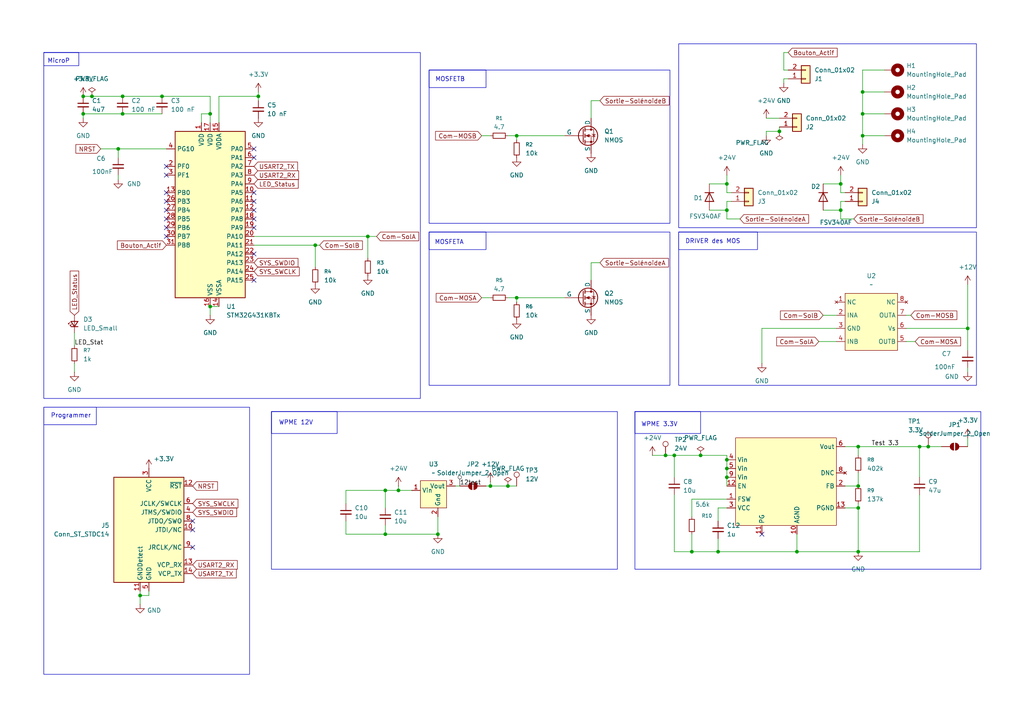
<source format=kicad_sch>
(kicad_sch (version 20250114) (generator "eeschema") (generator_version "9.0")
  (paper "A4")
  (title_block (title "PCB_Solénoide") (company "ENSEA") (comment 1 "Léonard Navizet") (comment 2 "Johan Mansard") (comment 3 "Julie Deissard-Decot") (comment 4 "Maxime Beltoise"))
  (lib_symbols
    (symbol "Connector:Conn_ST_STDC14"
      (property "Reference" "J" (at -8.89 16.51 0))
      (property "Value" "Conn_ST_STDC14" (at 17.78 16.51 0))
      (symbol "Conn_ST_STDC14_0_1"
        (rectangle (start -10.16 15.24) (end 10.16 -15.24) (stroke (width 0.254)) (fill (type background)))
      )
      (symbol "Conn_ST_STDC14_1_1"
        (pin no_connect line (at -10.16 5.08 0) (length 2.54) (hide yes) (name "NC") (number "1"))
        (pin no_connect line (at -10.16 2.54 0) (length 2.54) (hide yes) (name "NC") (number "2"))
        (pin passive line (at -2.54 -17.78 90) (length 2.54) (name "GNDDetect") (number "11"))
        (pin power_in line (at 0 17.78 270) (length 2.54) (name "VCC") (number "3"))
        (pin power_in line (at 0 -17.78 90) (length 2.54) (name "GND") (number "5"))
        (pin passive line (at 0 -17.78 90) (length 2.54) (hide yes) (name "GND") (number "7"))
        (pin open_collector line (at 12.7 12.7 180) (length 2.54) (name "~{RST}") (number "12"))
        (pin output line (at 12.7 7.62 180) (length 2.54) (name "JCLK/SWCLK") (number "6"))
        (pin bidirectional line (at 12.7 5.08 180) (length 2.54) (name "JTMS/SWDIO") (number "4"))
        (pin input line (at 12.7 2.54 180) (length 2.54) (name "JTDO/SWO") (number "8"))
        (pin output line (at 12.7 0 180) (length 2.54) (name "JTDI/NC") (number "10"))
        (pin input line (at 12.7 -5.08 180) (length 2.54) (name "JRCLK/NC") (number "9"))
        (pin output line (at 12.7 -10.16 180) (length 2.54) (name "VCP_RX") (number "13"))
        (pin input line (at 12.7 -12.7 180) (length 2.54) (name "VCP_TX") (number "14"))
      )
    )
    (symbol "Connector:TestPoint" (pin_numbers (hide yes)) (pin_names (offset 0.762) (hide yes))
      (property "Reference" "TP" (at 0 6.858 0))
      (property "Value" "TestPoint" (at 0 5.08 0))
      (symbol "TestPoint_0_1"
        (circle (center 0 3.302) (radius 0.762))
      )
      (symbol "TestPoint_1_1"
        (pin passive line (at 0 0 90) (length 2.54) (name "1") (number "1"))
      )
    )
    (symbol "Connector_Generic:Conn_01x02" (pin_names (offset 1.016) (hide yes))
      (property "Reference" "J" (at 0 2.54 0))
      (property "Value" "Conn_01x02" (at 0 -5.08 0))
      (symbol "Conn_01x02_1_1"
        (rectangle (start -1.27 1.27) (end 1.27 -3.81) (stroke (width 0.254)) (fill (type background)))
        (rectangle (start -1.27 0.127) (end 0 -0.127) (stroke (width 0.1524)))
        (rectangle (start -1.27 -2.413) (end 0 -2.667) (stroke (width 0.1524)))
        (pin passive line (at -5.08 0 0) (length 3.81) (name "Pin_1") (number "1"))
        (pin passive line (at -5.08 -2.54 0) (length 3.81) (name "Pin_2") (number "2"))
      )
    )
    (symbol "Device:C_Small" (pin_numbers (hide yes)) (pin_names (offset 0.254) (hide yes))
      (property "Reference" "C" (at 0.254 1.778 0))
      (property "Value" "C_Small" (at 0.254 -2.032 0))
      (symbol "C_Small_0_1"
        (polyline (pts (xy -1.524 0.508) (xy 1.524 0.508)) (stroke (width 0.3048)))
        (polyline (pts (xy -1.524 -0.508) (xy 1.524 -0.508)) (stroke (width 0.3302)))
      )
      (symbol "C_Small_1_1"
        (pin passive line (at 0 2.54 270) (length 2.032) (name "~") (number "1"))
        (pin passive line (at 0 -2.54 90) (length 2.032) (name "~") (number "2"))
      )
    )
    (symbol "Device:LED_Small" (pin_numbers (hide yes)) (pin_names (offset 0.254) (hide yes))
      (property "Reference" "D" (at -1.27 3.175 0))
      (property "Value" "LED_Small" (at -4.445 -2.54 0))
      (symbol "LED_Small_0_1"
        (polyline (pts (xy -0.762 -1.016) (xy -0.762 1.016)) (stroke (width 0.254)))
        (polyline (pts (xy 0 0.762) (xy -0.508 1.27) (xy -0.254 1.27) (xy -0.508 1.27) (xy -0.508 1.016)))
        (polyline (pts (xy 0.508 1.27) (xy 0 1.778) (xy 0.254 1.778) (xy 0 1.778) (xy 0 1.524)))
        (polyline (pts (xy 0.762 -1.016) (xy -0.762 0) (xy 0.762 1.016) (xy 0.762 -1.016)) (stroke (width 0.254)))
        (polyline (pts (xy 1.016 0) (xy -0.762 0)))
      )
      (symbol "LED_Small_1_1"
        (pin passive line (at -2.54 0 0) (length 1.778) (name "K") (number "1"))
        (pin passive line (at 2.54 0 180) (length 1.778) (name "A") (number "2"))
      )
    )
    (symbol "Diode:1N4148WS" (pin_numbers (hide yes)) (pin_names (hide yes))
      (property "Reference" "D" (at 0 2.54 0))
      (property "Value" "1N4148WS" (at 0 -2.54 0))
      (symbol "1N4148WS_0_1"
        (polyline (pts (xy -1.27 1.27) (xy -1.27 -1.27)) (stroke (width 0.254)))
        (polyline (pts (xy 1.27 1.27) (xy 1.27 -1.27) (xy -1.27 0) (xy 1.27 1.27)) (stroke (width 0.254)))
        (polyline (pts (xy 1.27 0) (xy -1.27 0)))
      )
      (symbol "1N4148WS_1_1"
        (pin passive line (at -3.81 0 0) (length 2.54) (name "K") (number "1"))
        (pin passive line (at 3.81 0 180) (length 2.54) (name "A") (number "2"))
      )
    )
    (symbol "Jumper:SolderJumper_2_Open" (pin_numbers (hide yes)) (pin_names (offset 0) (hide yes)) (in_bom no)
      (property "Reference" "JP" (at 0 2.032 0))
      (property "Value" "SolderJumper_2_Open" (at 0 -2.54 0))
      (symbol "SolderJumper_2_Open_0_1"
        (polyline (pts (xy -0.254 1.016) (xy -0.254 -1.016)))
        (arc (start -0.254 -1.016) (mid -1.2656 0) (end -0.254 1.016))
        (arc (start -0.254 -1.016) (mid -1.2656 0) (end -0.254 1.016) (fill (type outline)))
        (arc (start 0.254 1.016) (mid 1.2656 0) (end 0.254 -1.016))
        (arc (start 0.254 1.016) (mid 1.2656 0) (end 0.254 -1.016) (fill (type outline)))
        (polyline (pts (xy 0.254 1.016) (xy 0.254 -1.016)))
      )
      (symbol "SolderJumper_2_Open_1_1"
        (pin passive line (at -3.81 0 0) (length 2.54) (name "A") (number "1"))
        (pin passive line (at 3.81 0 180) (length 2.54) (name "B") (number "2"))
      )
    )
    (symbol "Lib:173951275_"
      (property "Reference" "U5" (at 0 7.62 0))
      (property "Value" "~" (at 0 5.08 0))
      (symbol "173951275__1_1"
        (rectangle (start -3.81 2.794) (end 3.81 -5.08) (fill (type background)))
        (pin power_in line (at -6.35 0 0) (length 2.54) (name "Vin") (number "1"))
        (pin passive line (at 1.27 -7.62 90) (length 2.54) (name "Gnd") (number "2"))
        (pin power_out line (at 6.35 1.27 180) (length 2.54) (name "Vout") (number "3"))
      )
    )
    (symbol "Lib:MCP1640x-xMC"
      (symbol "MCP1640x-xMC_1_1"
        (rectangle (start -17.78 107.95) (end 11.43 82.55) (fill (type background)))
        (pin power_in line (at -20.32 101.6 0) (length 2.54) (name "Vin") (number "4"))
        (pin power_in line (at -20.32 99.06 0) (length 2.54) (name "Vin") (number "5"))
        (pin power_in line (at -20.32 96.52 0) (length 2.54) (name "Vin") (number "9"))
        (pin input line (at -20.32 93.98 0) (length 2.54) (name "EN") (number "12"))
        (pin input line (at -20.32 90.17 0) (length 2.54) (name "FSW") (number "1"))
        (pin power_out line (at -20.32 87.63 0) (length 2.54) (name "VCC") (number "3"))
        (pin output line (at -10.16 80.01 90) (length 2.54) (name "PG") (number "11"))
        (pin power_in line (at 0 80.01 90) (length 2.54) (name "AGND") (number "10"))
        (pin power_out line (at 13.97 105.41 180) (length 2.54) (name "Vout") (number "6"))
        (pin power_out line (at 13.97 105.41 180) (length 2.54) (hide yes) (name "Vout") (number "7"))
        (pin no_connect line (at 13.97 97.79 180) (length 2.54) (name "DNC") (number "8"))
        (pin input line (at 13.97 93.98 180) (length 2.54) (name "FB") (number "2"))
        (pin passive line (at 13.97 87.63 180) (length 2.54) (name "PGND") (number "13"))
      )
    )
    (symbol "Lib:MIC4426"
      (property "Reference" "U4" (at 0 12.7 0))
      (property "Value" "~" (at 0 10.16 0))
      (symbol "MIC4426_1_1"
        (rectangle (start -7.62 7.62) (end 7.62 -8.89) (fill (type background)))
        (pin no_connect line (at -10.16 5.08 0) (length 2.54) (name "NC") (number "1"))
        (pin input line (at -10.16 1.27 0) (length 2.54) (name "INA") (number "2"))
        (pin input line (at -10.16 -2.54 0) (length 2.54) (name "GND") (number "3"))
        (pin input line (at -10.16 -6.35 0) (length 2.54) (name "INB") (number "4"))
        (pin no_connect line (at 10.16 5.08 180) (length 2.54) (name "NC") (number "8"))
        (pin output line (at 10.16 1.27 180) (length 2.54) (name "OUTA") (number "7"))
        (pin input line (at 10.16 -2.54 180) (length 2.54) (name "Vs") (number "6"))
        (pin output line (at 10.16 -6.35 180) (length 2.54) (name "OUTB") (number "5"))
      )
    )
    (symbol "MCU_ST_STM32G4:STM32G431KBTx"
      (property "Reference" "U" (at -10.16 26.67 0))
      (property "Value" "STM32G431KBTx" (at 5.08 26.67 0))
      (symbol "STM32G431KBTx_0_1"
        (rectangle (start -10.16 -22.86) (end 10.16 25.4) (stroke (width 0.254)) (fill (type background)))
      )
      (symbol "STM32G431KBTx_1_1"
        (pin bidirectional line (at -12.7 20.32 0) (length 2.54) (name "PG10") (number "4"))
        (pin bidirectional line (at -12.7 15.24 0) (length 2.54) (name "PF0") (number "2"))
        (pin bidirectional line (at -12.7 12.7 0) (length 2.54) (name "PF1") (number "3"))
        (pin bidirectional line (at -12.7 7.62 0) (length 2.54) (name "PB0") (number "13"))
        (pin bidirectional line (at -12.7 5.08 0) (length 2.54) (name "PB3") (number "26"))
        (pin bidirectional line (at -12.7 2.54 0) (length 2.54) (name "PB4") (number "27"))
        (pin bidirectional line (at -12.7 0 0) (length 2.54) (name "PB5") (number "28"))
        (pin bidirectional line (at -12.7 -2.54 0) (length 2.54) (name "PB6") (number "29"))
        (pin bidirectional line (at -12.7 -5.08 0) (length 2.54) (name "PB7") (number "30"))
        (pin bidirectional line (at -12.7 -7.62 0) (length 2.54) (name "PB8") (number "31"))
        (pin power_in line (at -2.54 27.94 270) (length 2.54) (name "VDD") (number "1"))
        (pin power_in line (at 0 27.94 270) (length 2.54) (name "VDD") (number "17"))
        (pin power_in line (at 0 -25.4 90) (length 2.54) (name "VSS") (number "16"))
        (pin passive line (at 0 -25.4 90) (length 2.54) (hide yes) (name "VSS") (number "32"))
        (pin power_in line (at 2.54 27.94 270) (length 2.54) (name "VDDA") (number "15"))
        (pin power_in line (at 2.54 -25.4 90) (length 2.54) (name "VSSA") (number "14"))
        (pin bidirectional line (at 12.7 20.32 180) (length 2.54) (name "PA0") (number "5"))
        (pin bidirectional line (at 12.7 17.78 180) (length 2.54) (name "PA1") (number "6"))
        (pin bidirectional line (at 12.7 15.24 180) (length 2.54) (name "PA2") (number "7"))
        (pin bidirectional line (at 12.7 12.7 180) (length 2.54) (name "PA3") (number "8"))
        (pin bidirectional line (at 12.7 10.16 180) (length 2.54) (name "PA4") (number "9"))
        (pin bidirectional line (at 12.7 7.62 180) (length 2.54) (name "PA5") (number "10"))
        (pin bidirectional line (at 12.7 5.08 180) (length 2.54) (name "PA6") (number "11"))
        (pin bidirectional line (at 12.7 2.54 180) (length 2.54) (name "PA7") (number "12"))
        (pin bidirectional line (at 12.7 0 180) (length 2.54) (name "PA8") (number "18"))
        (pin bidirectional line (at 12.7 -2.54 180) (length 2.54) (name "PA9") (number "19"))
        (pin bidirectional line (at 12.7 -5.08 180) (length 2.54) (name "PA10") (number "20"))
        (pin bidirectional line (at 12.7 -7.62 180) (length 2.54) (name "PA11") (number "21"))
        (pin bidirectional line (at 12.7 -10.16 180) (length 2.54) (name "PA12") (number "22"))
        (pin bidirectional line (at 12.7 -12.7 180) (length 2.54) (name "PA13") (number "23"))
        (pin bidirectional line (at 12.7 -15.24 180) (length 2.54) (name "PA14") (number "24"))
        (pin bidirectional line (at 12.7 -17.78 180) (length 2.54) (name "PA15") (number "25"))
      )
    )
    (symbol "Mechanical:MountingHole_Pad" (pin_numbers (hide yes)) (pin_names (offset 1.016) (hide yes)) (exclude_from_sim yes) (in_bom no)
      (property "Reference" "H" (at 0 6.35 0))
      (property "Value" "MountingHole_Pad" (at 0 4.445 0))
      (symbol "MountingHole_Pad_0_1"
        (circle (center 0 1.27) (radius 1.27) (stroke (width 1.27)))
      )
      (symbol "MountingHole_Pad_1_1"
        (pin input line (at 0 -2.54 90) (length 2.54) (name "1") (number "1"))
      )
    )
    (symbol "R_Small_1" (pin_numbers (hide yes)) (pin_names (offset 0.254) (hide yes))
      (property "Reference" "R" (at 0 0 90))
      (property "Value" "R_Small" (at 1.778 0 90))
      (symbol "R_Small_1_0_1"
        (rectangle (start -0.762 1.778) (end 0.762 -1.778) (stroke (width 0.2032)))
      )
      (symbol "R_Small_1_1_1"
        (pin passive line (at 0 2.54 270) (length 0.762) (name "~") (number "1"))
        (pin passive line (at 0 -2.54 90) (length 0.762) (name "~") (number "2"))
      )
    )
    (symbol "R_Small_2" (pin_numbers (hide yes)) (pin_names (offset 0.254) (hide yes))
      (property "Reference" "R" (at 0 0 90))
      (property "Value" "R_Small" (at 1.778 0 90))
      (symbol "R_Small_2_0_1"
        (rectangle (start -0.762 1.778) (end 0.762 -1.778) (stroke (width 0.2032)))
      )
      (symbol "R_Small_2_1_1"
        (pin passive line (at 0 2.54 270) (length 0.762) (name "~") (number "1"))
        (pin passive line (at 0 -2.54 90) (length 0.762) (name "~") (number "2"))
      )
    )
    (symbol "Simulation_SPICE:NMOS" (pin_numbers (hide yes)) (pin_names (offset 0))
      (property "Reference" "Q" (at 5.08 1.27 0))
      (property "Value" "NMOS" (at 5.08 -1.27 0))
      (symbol "NMOS_0_1"
        (polyline (pts (xy 0.254 1.905) (xy 0.254 -1.905)) (stroke (width 0.254)))
        (polyline (pts (xy 0.254 0) (xy -2.54 0)))
        (polyline (pts (xy 0.762 2.286) (xy 0.762 1.27)) (stroke (width 0.254)))
        (polyline (pts (xy 0.762 0.508) (xy 0.762 -0.508)) (stroke (width 0.254)))
        (polyline (pts (xy 0.762 -1.27) (xy 0.762 -2.286)) (stroke (width 0.254)))
        (polyline (pts (xy 0.762 -1.778) (xy 3.302 -1.778) (xy 3.302 1.778) (xy 0.762 1.778)))
        (polyline (pts (xy 1.016 0) (xy 2.032 0.381) (xy 2.032 -0.381) (xy 1.016 0)) (fill (type outline)))
        (circle (center 1.651 0) (radius 2.794) (stroke (width 0.254)))
        (polyline (pts (xy 2.54 2.54) (xy 2.54 1.778)))
        (circle (center 2.54 1.778) (radius 0.254) (fill (type outline)))
        (circle (center 2.54 -1.778) (radius 0.254) (fill (type outline)))
        (polyline (pts (xy 2.54 -2.54) (xy 2.54 0) (xy 0.762 0)))
        (polyline (pts (xy 2.794 0.508) (xy 2.921 0.381) (xy 3.683 0.381) (xy 3.81 0.254)))
        (polyline (pts (xy 3.302 0.381) (xy 2.921 -0.254) (xy 3.683 -0.254) (xy 3.302 0.381)))
      )
      (symbol "NMOS_1_1"
        (pin input line (at -5.08 0 0) (length 2.54) (name "G") (number "2"))
        (pin passive line (at 2.54 5.08 270) (length 2.54) (name "D") (number "1"))
        (pin passive line (at 2.54 -5.08 90) (length 2.54) (name "S") (number "3"))
      )
    )
    (symbol "power:+12V" (power) (pin_numbers (hide yes)) (pin_names (offset 0) (hide yes))
      (property "Value" "+12V" (at 0 3.556 0))
      (symbol "+12V_0_1"
        (polyline (pts (xy -0.762 1.27) (xy 0 2.54)))
        (polyline (pts (xy 0 2.54) (xy 0.762 1.27)))
        (polyline (pts (xy 0 0) (xy 0 2.54)))
      )
      (symbol "+12V_1_1"
        (pin power_in line (at 0 0 90) (length 0) (name "~") (number "1"))
      )
    )
    (symbol "power:+24V" (power) (pin_numbers (hide yes)) (pin_names (offset 0) (hide yes))
      (property "Value" "+24V" (at 0 3.556 0))
      (symbol "+24V_0_1"
        (polyline (pts (xy -0.762 1.27) (xy 0 2.54)))
        (polyline (pts (xy 0 2.54) (xy 0.762 1.27)))
        (polyline (pts (xy 0 0) (xy 0 2.54)))
      )
      (symbol "+24V_1_1"
        (pin power_in line (at 0 0 90) (length 0) (name "~") (number "1"))
      )
    )
    (symbol "power:+3.3V" (power) (pin_numbers (hide yes)) (pin_names (offset 0) (hide yes))
      (property "Value" "+3.3V" (at 0 3.556 0))
      (symbol "+3.3V_0_1"
        (polyline (pts (xy -0.762 1.27) (xy 0 2.54)))
        (polyline (pts (xy 0 2.54) (xy 0.762 1.27)))
        (polyline (pts (xy 0 0) (xy 0 2.54)))
      )
      (symbol "+3.3V_1_1"
        (pin power_in line (at 0 0 90) (length 0) (name "~") (number "1"))
      )
    )
    (symbol "power:GND" (power) (pin_numbers (hide yes)) (pin_names (offset 0) (hide yes))
      (property "Value" "GND" (at 0 -3.81 0))
      (symbol "GND_0_1"
        (polyline (pts (xy 0 0) (xy 0 -1.27) (xy 1.27 -1.27) (xy 0 -2.54) (xy -1.27 -1.27) (xy 0 -1.27)))
      )
      (symbol "GND_1_1"
        (pin power_in line (at 0 0 270) (length 0) (name "~") (number "1"))
      )
    )
    (symbol "power:PWR_FLAG" (power) (pin_numbers (hide yes)) (pin_names (offset 0) (hide yes))
      (property "Value" "PWR_FLAG" (at 0 3.81 0))
      (symbol "PWR_FLAG_0_0"
        (pin power_out line (at 0 0 90) (length 0) (name "~") (number "1"))
      )
      (symbol "PWR_FLAG_0_1"
        (polyline (pts (xy 0 0) (xy 0 1.27) (xy -1.016 1.905) (xy 0 2.54) (xy 1.016 1.905) (xy 0 1.27)))
      )
    )
  )
  (rectangle (start 78.74 119.38) (end 179.07 165.1))
  (rectangle (start 124.46 67.31) (end 194.31 111.76))
  (rectangle (start 184.15 119.38) (end 203.2 125.73))
  (rectangle (start 124.46 20.32) (end 140.97 25.4))
  (rectangle (start 196.85 67.31) (end 219.71 72.39))
  (rectangle (start 12.7 118.11) (end 27.94 123.19))
  (rectangle (start 184.15 119.38) (end 284.48 165.1))
  (rectangle (start 124.46 67.31) (end 140.97 72.39))
  (rectangle (start 12.7 15.24) (end 22.86 19.05))
  (rectangle (start 196.85 12.7) (end 283.21 66.04))
  (rectangle (start 12.7 118.11) (end 72.39 195.58))
  (rectangle (start 78.74 119.38) (end 97.79 125.73))
  (rectangle (start 12.7 15.24) (end 121.92 115.57))
  (rectangle (start 124.46 20.32) (end 194.31 64.77))
  (rectangle (start 196.85 67.31) (end 283.21 111.76))
  (text "MOSFETB\n\n" (at 130.556 24.13 0) (effects (font (size 1.27 1.27))))
  (text "WPME 3.3V\n\n" (at 191.262 124.206 0) (effects (font (size 1.27 1.27))))
  (text "WPME 12V\n\n" (at 85.852 123.698 0) (effects (font (size 1.27 1.27))))
  (text "DRIVER des MOS\n\n" (at 206.756 71.12 0) (effects (font (size 1.27 1.27))))
  (text "MicroP\n" (at 17.018 17.78 0) (effects (font (size 1.27 1.27))))
  (text "MOSFETA\n" (at 130.302 70.358 0) (effects (font (size 1.27 1.27))))
  (text "Programmer\n" (at 20.574 120.65 0) (effects (font (size 1.27 1.27))))
  (junction (at 210.82 53.34))
  (junction (at 149.86 86.36))
  (junction (at 243.84 53.34))
  (junction (at 111.76 142.24))
  (junction (at 115.57 142.24))
  (junction (at 111.76 154.94))
  (junction (at 210.82 133.35))
  (junction (at 248.92 140.97))
  (junction (at 142.24 140.97))
  (junction (at 231.14 160.02))
  (junction (at 35.56 27.94))
  (junction (at 149.86 39.37))
  (junction (at 26.67 27.94))
  (junction (at 193.04 132.08))
  (junction (at 203.2 132.08))
  (junction (at 24.13 27.94))
  (junction (at 60.96 33.02))
  (junction (at 35.56 33.02))
  (junction (at 24.13 33.02))
  (junction (at 74.93 27.94))
  (junction (at 91.44 71.12))
  (junction (at 248.92 160.02))
  (junction (at 248.92 147.32))
  (junction (at 243.84 60.96))
  (junction (at 34.29 43.18))
  (junction (at 226.06 38.1))
  (junction (at 40.64 172.72))
  (junction (at 248.92 129.54))
  (junction (at 269.24 129.54))
  (junction (at 208.28 160.02))
  (junction (at 147.32 140.97))
  (junction (at 106.68 68.58))
  (junction (at 210.82 138.43))
  (junction (at 200.66 160.02))
  (junction (at 280.67 95.25))
  (junction (at 250.19 33.02))
  (junction (at 250.19 39.37))
  (junction (at 250.19 26.67))
  (junction (at 210.82 60.96))
  (junction (at 46.99 27.94))
  (junction (at 266.7 129.54))
  (junction (at 60.96 88.9))
  (junction (at 210.82 135.89))
  (junction (at 127 154.94))
  (junction (at 195.58 132.08))
  (no_connect (at 73.66 60.96))
  (no_connect (at 55.88 153.67))
  (no_connect (at 220.98 154.94))
  (no_connect (at 55.88 158.75))
  (no_connect (at 48.26 48.26))
  (no_connect (at 48.26 68.58))
  (no_connect (at 73.66 58.42))
  (no_connect (at 73.66 81.28))
  (no_connect (at 48.26 60.96))
  (no_connect (at 73.66 66.04))
  (no_connect (at 48.26 50.8))
  (no_connect (at 48.26 66.04))
  (no_connect (at 48.26 63.5))
  (no_connect (at 48.26 58.42))
  (no_connect (at 48.26 55.88))
  (no_connect (at 73.66 63.5))
  (no_connect (at 55.88 151.13))
  (no_connect (at 73.66 45.72))
  (no_connect (at 73.66 43.18))
  (no_connect (at 73.66 73.66))
  (no_connect (at 73.66 55.88))
  (wire (pts (xy 250.19 20.32) (xy 250.19 26.67)))
  (wire (pts (xy 243.84 50.8) (xy 243.84 53.34)))
  (wire (pts (xy 29.21 43.18) (xy 34.29 43.18)))
  (wire (pts (xy 245.11 147.32) (xy 248.92 147.32)))
  (wire (pts (xy 226.06 38.1) (xy 222.25 38.1)))
  (wire (pts (xy 139.7 86.36) (xy 142.24 86.36)))
  (wire (pts (xy 111.76 154.94) (xy 127 154.94)))
  (wire (pts (xy 266.7 129.54) (xy 266.7 138.43)))
  (wire (pts (xy 149.86 39.37) (xy 163.83 39.37)))
  (wire (pts (xy 195.58 132.08) (xy 195.58 138.43)))
  (wire (pts (xy 74.93 26.67) (xy 74.93 27.94)))
  (wire (pts (xy 149.86 86.36) (xy 147.32 86.36)))
  (wire (pts (xy 139.7 39.37) (xy 142.24 39.37)))
  (wire (pts (xy 43.18 171.45) (xy 43.18 172.72)))
  (wire (pts (xy 34.29 43.18) (xy 48.26 43.18)))
  (wire (pts (xy 149.86 39.37) (xy 149.86 40.64)))
  (wire (pts (xy 256.54 26.67) (xy 250.19 26.67)))
  (wire (pts (xy 266.7 129.54) (xy 269.24 129.54)))
  (wire (pts (xy 269.24 129.54) (xy 273.05 129.54)))
  (wire (pts (xy 210.82 60.96) (xy 210.82 63.5)))
  (wire (pts (xy 74.93 27.94) (xy 63.5 27.94)))
  (wire (pts (xy 222.25 34.29) (xy 226.06 34.29)))
  (wire (pts (xy 40.64 172.72) (xy 40.64 175.26)))
  (wire (pts (xy 100.33 151.13) (xy 100.33 154.94)))
  (wire (pts (xy 248.92 129.54) (xy 248.92 132.08)))
  (wire (pts (xy 24.13 33.02) (xy 35.56 33.02)))
  (wire (pts (xy 245.11 140.97) (xy 248.92 140.97)))
  (wire (pts (xy 149.86 86.36) (xy 149.86 87.63)))
  (wire (pts (xy 238.76 53.34) (xy 243.84 53.34)))
  (wire (pts (xy 264.16 91.44) (xy 262.89 91.44)))
  (wire (pts (xy 262.89 99.06) (xy 265.43 99.06)))
  (wire (pts (xy 43.18 172.72) (xy 40.64 172.72)))
  (wire (pts (xy 210.82 135.89) (xy 210.82 138.43)))
  (wire (pts (xy 115.57 142.24) (xy 115.57 140.97)))
  (wire (pts (xy 210.82 133.35) (xy 210.82 135.89)))
  (wire (pts (xy 228.6 22.86) (xy 227.33 22.86)))
  (wire (pts (xy 256.54 20.32) (xy 250.19 20.32)))
  (wire (pts (xy 140.97 140.97) (xy 142.24 140.97)))
  (wire (pts (xy 109.22 68.58) (xy 106.68 68.58)))
  (wire (pts (xy 212.09 58.42) (xy 210.82 58.42)))
  (wire (pts (xy 35.56 27.94) (xy 46.99 27.94)))
  (wire (pts (xy 58.42 33.02) (xy 58.42 35.56)))
  (wire (pts (xy 100.33 142.24) (xy 100.33 146.05)))
  (wire (pts (xy 210.82 132.08) (xy 210.82 133.35)))
  (wire (pts (xy 34.29 50.8) (xy 34.29 52.07)))
  (wire (pts (xy 280.67 106.68) (xy 280.67 107.95)))
  (wire (pts (xy 171.45 76.2) (xy 171.45 81.28)))
  (wire (pts (xy 21.59 96.52) (xy 21.59 100.33)))
  (wire (pts (xy 115.57 142.24) (xy 119.38 142.24)))
  (wire (pts (xy 200.66 144.78) (xy 200.66 149.86)))
  (wire (pts (xy 266.7 160.02) (xy 248.92 160.02)))
  (wire (pts (xy 210.82 53.34) (xy 210.82 55.88)))
  (wire (pts (xy 200.66 154.94) (xy 200.66 160.02)))
  (wire (pts (xy 147.32 140.97) (xy 149.86 140.97)))
  (wire (pts (xy 238.76 91.44) (xy 242.57 91.44)))
  (wire (pts (xy 243.84 55.88) (xy 245.11 55.88)))
  (wire (pts (xy 227.33 20.32) (xy 228.6 20.32)))
  (wire (pts (xy 195.58 160.02) (xy 195.58 143.51)))
  (wire (pts (xy 193.04 132.08) (xy 195.58 132.08)))
  (wire (pts (xy 256.54 33.02) (xy 250.19 33.02)))
  (wire (pts (xy 111.76 147.32) (xy 111.76 142.24)))
  (wire (pts (xy 111.76 152.4) (xy 111.76 154.94)))
  (wire (pts (xy 243.84 60.96) (xy 243.84 63.5)))
  (wire (pts (xy 149.86 39.37) (xy 147.32 39.37)))
  (wire (pts (xy 60.96 88.9) (xy 60.96 91.44)))
  (wire (pts (xy 208.28 160.02) (xy 231.14 160.02)))
  (wire (pts (xy 40.64 171.45) (xy 40.64 172.72)))
  (wire (pts (xy 210.82 50.8) (xy 210.82 53.34)))
  (wire (pts (xy 245.11 58.42) (xy 243.84 58.42)))
  (wire (pts (xy 205.74 60.96) (xy 210.82 60.96)))
  (wire (pts (xy 250.19 39.37) (xy 256.54 39.37)))
  (wire (pts (xy 250.19 33.02) (xy 250.19 39.37)))
  (wire (pts (xy 74.93 27.94) (xy 74.93 29.21)))
  (wire (pts (xy 100.33 154.94) (xy 111.76 154.94)))
  (wire (pts (xy 208.28 147.32) (xy 208.28 151.13)))
  (wire (pts (xy 111.76 142.24) (xy 100.33 142.24)))
  (wire (pts (xy 189.23 132.08) (xy 193.04 132.08)))
  (wire (pts (xy 262.89 95.25) (xy 280.67 95.25)))
  (wire (pts (xy 245.11 129.54) (xy 248.92 129.54)))
  (wire (pts (xy 243.84 58.42) (xy 243.84 60.96)))
  (wire (pts (xy 231.14 154.94) (xy 231.14 160.02)))
  (wire (pts (xy 34.29 43.18) (xy 34.29 45.72)))
  (wire (pts (xy 60.96 35.56) (xy 60.96 33.02)))
  (wire (pts (xy 220.98 105.41) (xy 220.98 95.25)))
  (wire (pts (xy 24.13 27.94) (xy 26.67 27.94)))
  (wire (pts (xy 73.66 71.12) (xy 91.44 71.12)))
  (wire (pts (xy 21.59 107.95) (xy 21.59 105.41)))
  (wire (pts (xy 280.67 127) (xy 280.67 129.54)))
  (wire (pts (xy 195.58 132.08) (xy 203.2 132.08)))
  (wire (pts (xy 228.6 15.24) (xy 227.33 15.24)))
  (wire (pts (xy 248.92 129.54) (xy 266.7 129.54)))
  (wire (pts (xy 26.67 27.94) (xy 35.56 27.94)))
  (wire (pts (xy 227.33 15.24) (xy 227.33 20.32)))
  (wire (pts (xy 60.96 33.02) (xy 58.42 33.02)))
  (wire (pts (xy 106.68 68.58) (xy 106.68 74.93)))
  (wire (pts (xy 133.35 140.97) (xy 132.08 140.97)))
  (wire (pts (xy 24.13 33.02) (xy 24.13 34.29)))
  (wire (pts (xy 60.96 33.02) (xy 60.96 27.94)))
  (wire (pts (xy 208.28 147.32) (xy 210.82 147.32)))
  (wire (pts (xy 173.99 76.2) (xy 171.45 76.2)))
  (wire (pts (xy 222.25 38.1) (xy 222.25 39.37)))
  (wire (pts (xy 203.2 132.08) (xy 210.82 132.08)))
  (wire (pts (xy 171.45 29.21) (xy 171.45 34.29)))
  (wire (pts (xy 91.44 71.12) (xy 92.71 71.12)))
  (wire (pts (xy 142.24 140.97) (xy 142.24 139.7)))
  (wire (pts (xy 227.33 22.86) (xy 227.33 24.13)))
  (wire (pts (xy 205.74 53.34) (xy 210.82 53.34)))
  (wire (pts (xy 266.7 143.51) (xy 266.7 160.02)))
  (wire (pts (xy 237.49 99.06) (xy 242.57 99.06)))
  (wire (pts (xy 248.92 146.05) (xy 248.92 147.32)))
  (wire (pts (xy 250.19 39.37) (xy 250.19 41.91)))
  (wire (pts (xy 248.92 147.32) (xy 248.92 160.02)))
  (wire (pts (xy 208.28 156.21) (xy 208.28 160.02)))
  (wire (pts (xy 142.24 140.97) (xy 147.32 140.97)))
  (wire (pts (xy 173.99 29.21) (xy 171.45 29.21)))
  (wire (pts (xy 106.68 68.58) (xy 73.66 68.58)))
  (wire (pts (xy 248.92 137.16) (xy 248.92 140.97)))
  (wire (pts (xy 226.06 38.1) (xy 226.06 36.83)))
  (wire (pts (xy 280.67 82.55) (xy 280.67 95.25)))
  (wire (pts (xy 247.65 63.5) (xy 243.84 63.5)))
  (wire (pts (xy 220.98 95.25) (xy 242.57 95.25)))
  (wire (pts (xy 200.66 160.02) (xy 208.28 160.02)))
  (wire (pts (xy 231.14 160.02) (xy 248.92 160.02)))
  (wire (pts (xy 63.5 27.94) (xy 63.5 35.56)))
  (wire (pts (xy 210.82 55.88) (xy 212.09 55.88)))
  (wire (pts (xy 200.66 144.78) (xy 210.82 144.78)))
  (wire (pts (xy 214.63 63.5) (xy 210.82 63.5)))
  (wire (pts (xy 111.76 142.24) (xy 115.57 142.24)))
  (wire (pts (xy 60.96 88.9) (xy 63.5 88.9)))
  (wire (pts (xy 149.86 86.36) (xy 163.83 86.36)))
  (wire (pts (xy 35.56 33.02) (xy 46.99 33.02)))
  (wire (pts (xy 243.84 53.34) (xy 243.84 55.88)))
  (wire (pts (xy 210.82 138.43) (xy 210.82 140.97)))
  (wire (pts (xy 280.67 95.25) (xy 280.67 101.6)))
  (wire (pts (xy 195.58 160.02) (xy 200.66 160.02)))
  (wire (pts (xy 250.19 26.67) (xy 250.19 33.02)))
  (wire (pts (xy 127 154.94) (xy 127 149.86)))
  (wire (pts (xy 210.82 58.42) (xy 210.82 60.96)))
  (wire (pts (xy 46.99 27.94) (xy 60.96 27.94)))
  (wire (pts (xy 91.44 71.12) (xy 91.44 77.47)))
  (wire (pts (xy 238.76 60.96) (xy 243.84 60.96)))
  (label "Test 3.3" (at 252.73 129.54 0))
  (label "LED_Stat" (at 21.59 100.33 0))
  (label "12test" (at 133.35 140.97 0))
  (global_label "Com-SolB" (shape input) (at 92.71 71.12 0) (property "Intersheetrefs" "${INTERSHEET_REFS}" (effects (hide yes))))
  (global_label "NRST" (shape input) (at 29.21 43.18 180) (property "Intersheetrefs" "${INTERSHEET_REFS}" (effects (hide yes))))
  (global_label "USART2_RX" (shape input) (at 55.88 163.83 0) (property "Intersheetrefs" "${INTERSHEET_REFS}" (effects (hide yes))))
  (global_label "USART2_RX" (shape input) (at 73.66 50.8 0) (property "Intersheetrefs" "${INTERSHEET_REFS}" (effects (hide yes))))
  (global_label "LED_Status" (shape input) (at 21.59 91.44 90) (property "Intersheetrefs" "${INTERSHEET_REFS}" (effects (hide yes))))
  (global_label "Sortie-SolénoideB" (shape input) (at 247.65 63.5 0) (property "Intersheetrefs" "${INTERSHEET_REFS}" (effects (hide yes))))
  (global_label "Com-MOSA" (shape input) (at 139.7 86.36 180) (property "Intersheetrefs" "${INTERSHEET_REFS}" (effects (hide yes))))
  (global_label "SYS_SWDIO" (shape input) (at 73.66 76.2 0) (property "Intersheetrefs" "${INTERSHEET_REFS}" (effects (hide yes))))
  (global_label "Bouton_Actif" (shape input) (at 48.26 71.12 180) (property "Intersheetrefs" "${INTERSHEET_REFS}" (effects (hide yes))))
  (global_label "Com-SolA" (shape input) (at 237.49 99.06 180) (property "Intersheetrefs" "${INTERSHEET_REFS}" (effects (hide yes))))
  (global_label "Sortie-SolénoideA" (shape input) (at 214.63 63.5 0) (property "Intersheetrefs" "${INTERSHEET_REFS}" (effects (hide yes))))
  (global_label "Sortie-SolénoideB" (shape input) (at 173.99 29.21 0) (property "Intersheetrefs" "${INTERSHEET_REFS}" (effects (hide yes))))
  (global_label "LED_Status" (shape input) (at 73.66 53.34 0) (property "Intersheetrefs" "${INTERSHEET_REFS}" (effects (hide yes))))
  (global_label "Com-MOSB" (shape input) (at 139.7 39.37 180) (property "Intersheetrefs" "${INTERSHEET_REFS}" (effects (hide yes))))
  (global_label "Sortie-SolénoideA" (shape input) (at 173.99 76.2 0) (property "Intersheetrefs" "${INTERSHEET_REFS}" (effects (hide yes))))
  (global_label "SYS_SWDIO" (shape input) (at 55.88 148.59 0) (property "Intersheetrefs" "${INTERSHEET_REFS}" (effects (hide yes))))
  (global_label "Com-MOSB" (shape input) (at 264.16 91.44 0) (property "Intersheetrefs" "${INTERSHEET_REFS}" (effects (hide yes))))
  (global_label "USART2_TX" (shape input) (at 55.88 166.37 0) (property "Intersheetrefs" "${INTERSHEET_REFS}" (effects (hide yes))))
  (global_label "NRST" (shape input) (at 55.88 140.97 0) (property "Intersheetrefs" "${INTERSHEET_REFS}" (effects (hide yes))))
  (global_label "Com-SolA" (shape input) (at 109.22 68.58 0) (property "Intersheetrefs" "${INTERSHEET_REFS}" (effects (hide yes))))
  (global_label "Bouton_Actif" (shape input) (at 228.6 15.24 0) (property "Intersheetrefs" "${INTERSHEET_REFS}" (effects (hide yes))))
  (global_label "SYS_SWCLK" (shape input) (at 73.66 78.74 0) (property "Intersheetrefs" "${INTERSHEET_REFS}" (effects (hide yes))))
  (global_label "Com-MOSA" (shape input) (at 265.43 99.06 0) (property "Intersheetrefs" "${INTERSHEET_REFS}" (effects (hide yes))))
  (global_label "USART2_TX" (shape input) (at 73.66 48.26 0) (property "Intersheetrefs" "${INTERSHEET_REFS}" (effects (hide yes))))
  (global_label "Com-SolB" (shape input) (at 238.76 91.44 180) (property "Intersheetrefs" "${INTERSHEET_REFS}" (effects (hide yes))))
  (global_label "SYS_SWCLK" (shape input) (at 55.88 146.05 0) (property "Intersheetrefs" "${INTERSHEET_REFS}" (effects (hide yes))))
  (netclass_flag "" (length 2.54) (shape round) (at 133.35 140.97 0))
  (symbol (lib_id "Connector_Generic:Conn_01x02") (at 233.68 22.86 0) (mirror x) (unit 1)
    (property "Reference" "J1" (at 236.22 22.8601 0) (effects (justify left)))
    (property "Value" "Conn_01x02" (at 236.22 20.3201 0) (effects (justify left)))
    (property "Footprint" "Connector_JST:JST_XH_B2B-XH-A_1x02_P2.50mm_Vertical" (effects (hide yes)))
    (property "Description" "Generic connector, single row, 01x02, script generated (kicad-library-utils/schlib/autogen/connector/)" (effects (hide yes)))
  )
  (symbol (lib_id "power:GND") (at 280.67 107.95 0) (mirror y) (unit 1)
    (property "Reference" "#PWR023" (effects (hide yes)))
    (property "Value" "GND" (at 278.13 109.2199 0) (effects (justify left)))
    (property "Description" "Power symbol creates a global label with name \"GND\" , ground" (effects (hide yes)))
  )
  (symbol (lib_id "power:GND") (at 91.44 82.55 0) (unit 1)
    (property "Reference" "#PWR016" (effects (hide yes)))
    (property "Value" "GND" (at 91.44 87.63 0))
    (property "Description" "Power symbol creates a global label with name \"GND\" , ground" (effects (hide yes)))
  )
  (symbol (lib_id "power:GND") (at 171.45 91.44 0) (unit 1)
    (property "Reference" "#PWR019" (effects (hide yes)))
    (property "Value" "GND" (at 171.45 96.52 0))
    (property "Description" "Power symbol creates a global label with name \"GND\" , ground" (effects (hide yes)))
  )
  (symbol (lib_id "Device:C_Small") (at 34.29 48.26 0) (unit 1)
    (property "Reference" "C6" (at 27.94 45.974 0) (effects (justify left)))
    (property "Value" "100nF" (at 26.67 49.784 0) (effects (justify left)))
    (property "Footprint" "Capacitor_SMD:C_0402_1005Metric" (effects (hide yes)))
    (property "Description" "Unpolarized capacitor, small symbol" (effects (hide yes)))
  )
  (symbol (lib_id "power:GND") (at 74.93 34.29 0) (unit 1)
    (property "Reference" "#PWR04" (effects (hide yes)))
    (property "Value" "GND" (at 74.93 39.37 0))
    (property "Description" "Power symbol creates a global label with name \"GND\" , ground" (effects (hide yes)))
  )
  (symbol (lib_id "power:GND") (at 227.33 24.13 0) (unit 1)
    (property "Reference" "#PWR01" (effects (hide yes)))
    (property "Value" "GND" (at 227.33 29.21 0))
    (property "Description" "Power symbol creates a global label with name \"GND\" , ground" (effects (hide yes)))
  )
  (symbol (lib_id "Device:C_Small") (at 74.93 31.75 0) (unit 1)
    (property "Reference" "C5" (at 77.47 30.4862 0) (effects (justify left)))
    (property "Value" "10 nF" (at 77.47 33.0262 0) (effects (justify left)))
    (property "Footprint" "Capacitor_SMD:C_0402_1005Metric" (effects (hide yes)))
    (property "Description" "Unpolarized capacitor, small symbol" (effects (hide yes)))
  )
  (symbol (lib_id "Device:C_Small") (at 208.28 153.67 0) (unit 1)
    (property "Reference" "C12" (at 210.82 152.4062 0) (effects (justify left)))
    (property "Value" "1u" (at 210.82 154.9462 0) (effects (justify left)))
    (property "Footprint" "Capacitor_SMD:C_0603_1608Metric" (effects (hide yes)))
    (property "Description" "Unpolarized capacitor, small symbol" (effects (hide yes)))
  )
  (symbol (lib_id "Lib:MIC4426") (at 252.73 92.71 0) (unit 1)
    (property "Reference" "U2" (at 252.73 80.01 0))
    (property "Value" "~" (at 252.73 82.55 0))
    (property "Footprint" "Package_SO:SOIC-8_5.3x6.2mm_P1.27mm" (effects (hide yes)))
  )
  (symbol (lib_name "R_Small_1") (lib_id "Device:R_Small") (at 248.92 143.51 0) (unit 1)
    (property "Reference" "R9" (at 251.46 142.2399 0) (effects (font (size 1.016 1.016)) (justify left)))
    (property "Value" "137k" (at 251.46 144.7799 0) (effects (justify left)))
    (property "Footprint" "Resistor_SMD:R_0603_1608Metric" (effects (hide yes)))
    (property "Description" "Resistor, small symbol" (effects (hide yes)))
  )
  (symbol (lib_id "power:GND") (at 250.19 41.91 0) (unit 1)
    (property "Reference" "#PWR08" (effects (hide yes)))
    (property "Value" "GND" (at 250.19 46.99 0))
    (property "Description" "Power symbol creates a global label with name \"GND\" , ground" (effects (hide yes)))
  )
  (symbol (lib_id "power:GND") (at 24.13 34.29 0) (unit 1)
    (property "Reference" "#PWR05" (effects (hide yes)))
    (property "Value" "GND" (at 24.13 39.37 0))
    (property "Description" "Power symbol creates a global label with name \"GND\" , ground" (effects (hide yes)))
  )
  (symbol (lib_id "Lib:MCP1640x-xMC") (at 231.14 234.95 0) (unit 1)
    (property "Reference" "U4" (effects (hide yes)))
    (property "Value" "MCP1640x-xMC" (effects (hide yes)))
    (property "Footprint" "Perso:WPME_Magic" (effects (hide yes)))
    (property "Datasheet" "http://ww1.microchip.com/downloads/en/DeviceDoc/20002234D.pdf" (effects (hide yes)))
    (property "Description" "Synchronous Boost Regulator, Adjustable Output 2.0V-5.5V, PWM/PFM True Disconnect, DFN-8" (effects (hide yes)))
  )
  (symbol (lib_id "power:+3.3V") (at 43.18 135.89 0) (unit 1)
    (property "Reference" "#PWR026" (effects (hide yes)))
    (property "Value" "+3.3V" (at 47.498 133.096 0))
    (property "Description" "Power symbol creates a global label with name \"+3.3V\"" (effects (hide yes)))
  )
  (symbol (lib_id "Simulation_SPICE:NMOS") (at 168.91 86.36 0) (unit 1)
    (property "Reference" "Q2" (at 175.26 85.0899 0) (effects (justify left)))
    (property "Value" "NMOS" (at 175.26 87.6299 0) (effects (justify left)))
    (property "Footprint" "Package_TO_SOT_SMD:TO-263-3_TabPin2" (effects (hide yes)))
    (property "Datasheet" "https://ngspice.sourceforge.io/docs/ngspice-html-manual/manual.xhtml#cha_MOSFETs" (effects (hide yes)))
    (property "Description" "N-MOSFET transistor, drain/source/gate" (effects (hide yes)))
    (property "Sim.Device" "NMOS" (effects (hide yes)))
    (property "Sim.Type" "VDMOS" (effects (hide yes)))
    (property "Sim.Pins" "1=D 2=G 3=S" (effects (hide yes)))
  )
  (symbol (lib_id "power:GND") (at 248.92 160.02 0) (unit 1)
    (property "Reference" "#PWR030" (effects (hide yes)))
    (property "Value" "GND" (at 248.92 165.1 0))
    (property "Description" "Power symbol creates a global label with name \"GND\" , ground" (effects (hide yes)))
  )
  (symbol (lib_id "Device:LED_Small") (at 21.59 93.98 90) (unit 1)
    (property "Reference" "D3" (at 24.13 92.6464 90) (effects (justify right)))
    (property "Value" "LED_Small" (at 24.13 95.1864 90) (effects (justify right)))
    (property "Footprint" "LED_SMD:LED_0603_1608Metric" (effects (hide yes)))
    (property "Description" "Light emitting diode, small symbol" (effects (hide yes)))
    (property "Sim.Pin" "1=K 2=A" (effects (hide yes)))
  )
  (symbol (lib_id "power:GND") (at 40.64 175.26 0) (unit 1)
    (property "Reference" "#PWR031" (effects (hide yes)))
    (property "Value" "GND" (at 44.704 177.038 0))
    (property "Description" "Power symbol creates a global label with name \"GND\" , ground" (effects (hide yes)))
  )
  (symbol (lib_id "power:GND") (at 34.29 52.07 0) (unit 1)
    (property "Reference" "#PWR014" (effects (hide yes)))
    (property "Value" "GND" (at 36.83 53.3399 0) (effects (justify left)))
    (property "Description" "Power symbol creates a global label with name \"GND\" , ground" (effects (hide yes)))
  )
  (symbol (lib_id "Mechanical:MountingHole_Pad") (at 259.08 39.37 270) (unit 1) (exclude_from_sim yes) (in_bom no)
    (property "Reference" "H4" (at 262.89 38.0999 90) (effects (justify left)))
    (property "Value" "MountingHole_Pad" (at 262.89 40.6399 90) (effects (justify left)))
    (property "Footprint" "MountingHole:MountingHole_3.2mm_M3_Pad_Via" (effects (hide yes)))
    (property "Description" "Mounting Hole with connection" (effects (hide yes)))
  )
  (symbol (lib_id "Connector:TestPoint") (at 149.86 140.97 0) (unit 1)
    (property "Reference" "TP3" (at 152.4 136.3979 0) (effects (justify left)))
    (property "Value" "12V" (at 152.4 138.9379 0) (effects (justify left)))
    (property "Footprint" "TestPoint:TestPoint_Pad_D2.0mm" (effects (hide yes)))
    (property "Description" "test point" (effects (hide yes)))
  )
  (symbol (lib_name "R_Small_2") (lib_id "Device:R_Small") (at 91.44 80.01 0) (unit 1)
    (property "Reference" "R4" (at 93.98 78.7399 0) (effects (font (size 1.016 1.016)) (justify left)))
    (property "Value" "10k" (at 93.98 81.2799 0) (effects (justify left)))
    (property "Footprint" "Resistor_SMD:R_0603_1608Metric" (effects (hide yes)))
    (property "Description" "Resistor, small symbol" (effects (hide yes)))
  )
  (symbol (lib_id "power:+24V") (at 243.84 50.8 0) (mirror y) (unit 1)
    (property "Reference" "#PWR013" (effects (hide yes)))
    (property "Value" "+24V" (at 243.84 45.72 0))
    (property "Description" "Power symbol creates a global label with name \"+24V\"" (effects (hide yes)))
  )
  (symbol (lib_id "power:+24V") (at 115.57 140.97 0) (unit 1)
    (property "Reference" "#PWR028" (effects (hide yes)))
    (property "Value" "+24V" (at 115.57 135.89 0))
    (property "Description" "Power symbol creates a global label with name \"+24V\"" (effects (hide yes)))
  )
  (symbol (lib_id "Diode:1N4148WS") (at 238.76 57.15 270) (unit 1)
    (property "Reference" "D2" (at 235.204 54.102 90) (effects (justify left)))
    (property "Value" "FSV340AF" (at 237.744 64.516 90) (effects (justify left)))
    (property "Footprint" "Diode_SMD:D_SMA" (effects (hide yes)))
    (property "Datasheet" "https://www.vishay.com/docs/85751/1n4148ws.pdf" (effects (hide yes)))
    (property "Description" "75V 0.15A Fast switching Diode, SOD-323" (effects (hide yes)))
    (property "Sim.Device" "D" (effects (hide yes)))
    (property "Sim.Pins" "1=K 2=A" (effects (hide yes)))
  )
  (symbol (lib_name "R_Small_2") (lib_id "Device:R_Small") (at 106.68 77.47 0) (unit 1)
    (property "Reference" "R3" (at 109.22 76.1999 0) (effects (font (size 1.016 1.016)) (justify left)))
    (property "Value" "10k" (at 109.22 78.7399 0) (effects (justify left)))
    (property "Footprint" "Resistor_SMD:R_0603_1608Metric" (effects (hide yes)))
    (property "Description" "Resistor, small symbol" (effects (hide yes)))
  )
  (symbol (lib_id "MCU_ST_STM32G4:STM32G431KBTx") (at 60.96 63.5 0) (unit 1)
    (property "Reference" "U1" (at 65.6433 88.9 0) (effects (justify left)))
    (property "Value" "STM32G431KBTx" (at 65.6433 91.44 0) (effects (justify left)))
    (property "Footprint" "Package_QFP:LQFP-32_7x7mm_P0.8mm" (effects (hide yes)))
    (property "Datasheet" "https://www.st.com/resource/en/datasheet/stm32g431kb.pdf" (effects (hide yes)))
    (property "Description" "STMicroelectronics Arm Cortex-M4 MCU, 128KB flash, 32KB RAM, 170 MHz, 1.71-3.6V, 26 GPIO, LQFP32" (effects (hide yes)))
  )
  (symbol (lib_id "Device:C_Small") (at 111.76 149.86 0) (unit 1)
    (property "Reference" "C11" (at 114.3 148.5962 0) (effects (justify left)))
    (property "Value" "10u" (at 114.3 151.1362 0) (effects (justify left)))
    (property "Footprint" "Capacitor_SMD:C_1206_3216Metric" (effects (hide yes)))
    (property "Description" "Unpolarized capacitor, small symbol" (effects (hide yes)))
  )
  (symbol (lib_id "power:GND") (at 149.86 45.72 0) (unit 1)
    (property "Reference" "#PWR010" (effects (hide yes)))
    (property "Value" "GND" (at 149.86 50.8 0))
    (property "Description" "Power symbol creates a global label with name \"GND\" , ground" (effects (hide yes)))
  )
  (symbol (lib_id "power:GND") (at 21.59 107.95 0) (unit 1)
    (property "Reference" "#PWR022" (effects (hide yes)))
    (property "Value" "GND" (at 21.59 113.03 0))
    (property "Description" "Power symbol creates a global label with name \"GND\" , ground" (effects (hide yes)))
  )
  (symbol (lib_id "power:+24V") (at 189.23 132.08 0) (unit 1)
    (property "Reference" "#PWR025" (effects (hide yes)))
    (property "Value" "+24V" (at 189.23 127 0))
    (property "Description" "Power symbol creates a global label with name \"+24V\"" (effects (hide yes)))
  )
  (symbol (lib_id "power:GND") (at 149.86 92.71 0) (unit 1)
    (property "Reference" "#PWR020" (effects (hide yes)))
    (property "Value" "GND" (at 149.86 97.79 0))
    (property "Description" "Power symbol creates a global label with name \"GND\" , ground" (effects (hide yes)))
  )
  (symbol (lib_id "Device:C_Small") (at 35.56 30.48 0) (unit 1)
    (property "Reference" "C2" (at 38.1 29.2162 0) (effects (justify left)))
    (property "Value" "100 nF" (at 38.1 31.7562 0) (effects (justify left)))
    (property "Footprint" "Capacitor_SMD:C_0402_1005Metric" (effects (hide yes)))
    (property "Description" "Unpolarized capacitor, small symbol" (effects (hide yes)))
  )
  (symbol (lib_id "power:PWR_FLAG") (at 26.67 27.94 0) (unit 1)
    (property "Reference" "#FLG01" (effects (hide yes)))
    (property "Value" "PWR_FLAG" (at 26.67 22.86 0))
    (property "Description" "Special symbol for telling ERC where power comes from" (effects (hide yes)))
  )
  (symbol (lib_id "power:GND") (at 222.25 39.37 0) (unit 1)
    (property "Reference" "#PWR07" (effects (hide yes)))
    (property "Value" "GND" (at 222.25 44.45 0))
    (property "Description" "Power symbol creates a global label with name \"GND\" , ground" (effects (hide yes)))
  )
  (symbol (lib_name "R_Small_1") (lib_id "Device:R_Small") (at 248.92 134.62 0) (unit 1)
    (property "Reference" "R8" (at 251.46 133.3499 0) (effects (font (size 1.016 1.016)) (justify left)))
    (property "Value" "402k" (at 251.46 135.8899 0) (effects (justify left)))
    (property "Footprint" "Resistor_SMD:R_0603_1608Metric" (effects (hide yes)))
    (property "Description" "Resistor, small symbol" (effects (hide yes)))
  )
  (symbol (lib_name "R_Small_2") (lib_id "Device:R_Small") (at 21.59 102.87 0) (unit 1)
    (property "Reference" "R7" (at 24.13 101.5999 0) (effects (font (size 1.016 1.016)) (justify left)))
    (property "Value" "1k" (at 24.13 104.1399 0) (effects (justify left)))
    (property "Footprint" "Resistor_SMD:R_0603_1608Metric" (effects (hide yes)))
    (property "Description" "Resistor, small symbol" (effects (hide yes)))
  )
  (symbol (lib_id "power:PWR_FLAG") (at 147.32 140.97 0) (unit 1)
    (property "Reference" "#FLG05" (effects (hide yes)))
    (property "Value" "PWR_FLAG" (at 147.32 135.89 0))
    (property "Description" "Special symbol for telling ERC where power comes from" (effects (hide yes)))
  )
  (symbol (lib_id "power:GND") (at 220.98 105.41 0) (unit 1)
    (property "Reference" "#PWR021" (effects (hide yes)))
    (property "Value" "GND" (at 220.98 110.49 0))
    (property "Description" "Power symbol creates a global label with name \"GND\" , ground" (effects (hide yes)))
  )
  (symbol (lib_id "power:GND") (at 171.45 44.45 0) (unit 1)
    (property "Reference" "#PWR09" (effects (hide yes)))
    (property "Value" "GND" (at 171.45 49.53 0))
    (property "Description" "Power symbol creates a global label with name \"GND\" , ground" (effects (hide yes)))
  )
  (symbol (lib_id "power:+24V") (at 210.82 50.8 0) (mirror y) (unit 1)
    (property "Reference" "#PWR012" (effects (hide yes)))
    (property "Value" "+24V" (at 210.82 45.72 0))
    (property "Description" "Power symbol creates a global label with name \"+24V\"" (effects (hide yes)))
  )
  (symbol (lib_id "Connector:TestPoint") (at 193.04 132.08 0) (unit 1)
    (property "Reference" "TP2" (at 195.58 127.5079 0) (effects (justify left)))
    (property "Value" "24V" (at 195.58 130.0479 0) (effects (justify left)))
    (property "Footprint" "TestPoint:TestPoint_Pad_D2.0mm" (effects (hide yes)))
    (property "Description" "test point" (effects (hide yes)))
  )
  (symbol (lib_id "Jumper:SolderJumper_2_Open") (at 137.16 140.97 0) (unit 1) (in_bom no)
    (property "Reference" "JP2" (at 137.16 134.62 0))
    (property "Value" "SolderJumper_2_Open" (at 137.16 137.16 0))
    (property "Footprint" "Jumper:SolderJumper-2_P1.3mm_Open_TrianglePad1.0x1.5mm" (effects (hide yes)))
    (property "Description" "Solder Jumper, 2-pole, open" (effects (hide yes)))
  )
  (symbol (lib_id "Connector_Generic:Conn_01x02") (at 217.17 58.42 0) (mirror x) (unit 1)
    (property "Reference" "J3" (at 219.71 58.4201 0) (effects (justify left)))
    (property "Value" "Conn_01x02" (at 219.71 55.8801 0) (effects (justify left)))
    (property "Footprint" "Connector_JST:JST_XH_B2B-XH-A_1x02_P2.50mm_Vertical" (effects (hide yes)))
    (property "Description" "Generic connector, single row, 01x02, script generated (kicad-library-utils/schlib/autogen/connector/)" (effects (hide yes)))
  )
  (symbol (lib_id "Connector_Generic:Conn_01x02") (at 231.14 36.83 0) (mirror x) (unit 1)
    (property "Reference" "J2" (at 233.68 36.8301 0) (effects (justify left)))
    (property "Value" "Conn_01x02" (at 233.68 34.2901 0) (effects (justify left)))
    (property "Footprint" "Connector_AMASS:AMASS_XT30U-F_1x02_P5.0mm_Vertical" (effects (hide yes)))
    (property "Description" "Generic connector, single row, 01x02, script generated (kicad-library-utils/schlib/autogen/connector/)" (effects (hide yes)))
  )
  (symbol (lib_id "Jumper:SolderJumper_2_Open") (at 276.86 129.54 0) (unit 1) (in_bom no)
    (property "Reference" "JP1" (at 276.86 123.19 0))
    (property "Value" "SolderJumper_2_Open" (at 276.86 125.73 0))
    (property "Footprint" "Jumper:SolderJumper-2_P1.3mm_Open_TrianglePad1.0x1.5mm" (effects (hide yes)))
    (property "Description" "Solder Jumper, 2-pole, open" (effects (hide yes)))
  )
  (symbol (lib_id "Device:C_Small") (at 280.67 104.14 0) (mirror y) (unit 1)
    (property "Reference" "C7" (at 275.844 102.616 0) (effects (justify left)))
    (property "Value" "100nF" (at 277.114 106.426 0) (effects (justify left)))
    (property "Footprint" "Capacitor_SMD:C_0402_1005Metric" (effects (hide yes)))
    (property "Description" "Unpolarized capacitor, small symbol" (effects (hide yes)))
  )
  (symbol (lib_id "Mechanical:MountingHole_Pad") (at 259.08 20.32 270) (unit 1) (exclude_from_sim yes) (in_bom no)
    (property "Reference" "H1" (at 262.89 19.0499 90) (effects (justify left)))
    (property "Value" "MountingHole_Pad" (at 262.89 21.5899 90) (effects (justify left)))
    (property "Footprint" "MountingHole:MountingHole_3.2mm_M3_Pad_Via" (effects (hide yes)))
    (property "Description" "Mounting Hole with connection" (effects (hide yes)))
  )
  (symbol (lib_id "Device:C_Small") (at 100.33 148.59 0) (unit 1)
    (property "Reference" "C10" (at 102.87 147.3262 0) (effects (justify left)))
    (property "Value" "10u" (at 102.87 149.8662 0) (effects (justify left)))
    (property "Footprint" "Capacitor_SMD:C_1206_3216Metric" (effects (hide yes)))
    (property "Description" "Unpolarized capacitor, small symbol" (effects (hide yes)))
  )
  (symbol (lib_id "Device:C_Small") (at 195.58 140.97 0) (unit 1)
    (property "Reference" "C8" (at 198.12 139.7062 0) (effects (justify left)))
    (property "Value" "10u" (at 198.12 142.2462 0) (effects (justify left)))
    (property "Footprint" "Capacitor_SMD:C_1206_3216Metric" (effects (hide yes)))
    (property "Description" "Unpolarized capacitor, small symbol" (effects (hide yes)))
  )
  (symbol (lib_id "Diode:1N4148WS") (at 205.74 57.15 270) (unit 1)
    (property "Reference" "D1" (at 201.168 57.404 90) (effects (justify left)))
    (property "Value" "FSV340AF" (at 199.898 62.738 90) (effects (justify left)))
    (property "Footprint" "Diode_SMD:D_SMA" (effects (hide yes)))
    (property "Datasheet" "https://www.vishay.com/docs/85751/1n4148ws.pdf" (effects (hide yes)))
    (property "Description" "75V 0.15A Fast switching Diode, SOD-323" (effects (hide yes)))
    (property "Sim.Device" "D" (effects (hide yes)))
    (property "Sim.Pins" "1=K 2=A" (effects (hide yes)))
  )
  (symbol (lib_id "Mechanical:MountingHole_Pad") (at 259.08 26.67 270) (unit 1) (exclude_from_sim yes) (in_bom no)
    (property "Reference" "H2" (at 262.89 25.3999 90) (effects (justify left)))
    (property "Value" "MountingHole_Pad" (at 262.89 27.9399 90) (effects (justify left)))
    (property "Footprint" "MountingHole:MountingHole_3.2mm_M3_Pad_Via" (effects (hide yes)))
    (property "Description" "Mounting Hole with connection" (effects (hide yes)))
  )
  (symbol (lib_id "power:+12V") (at 280.67 82.55 0) (mirror y) (unit 1)
    (property "Reference" "#PWR017" (effects (hide yes)))
    (property "Value" "+12V" (at 280.67 77.47 0))
    (property "Description" "Power symbol creates a global label with name \"+12V\"" (effects (hide yes)))
  )
  (symbol (lib_id "power:+3.3V") (at 74.93 26.67 0) (unit 1)
    (property "Reference" "#PWR03" (effects (hide yes)))
    (property "Value" "+3.3V" (at 74.93 21.59 0))
    (property "Description" "Power symbol creates a global label with name \"+3.3V\"" (effects (hide yes)))
  )
  (symbol (lib_id "Device:C_Small") (at 266.7 140.97 0) (unit 1)
    (property "Reference" "C9" (at 269.24 139.7062 0) (effects (justify left)))
    (property "Value" "47u" (at 269.24 142.2462 0) (effects (justify left)))
    (property "Footprint" "Capacitor_SMD:C_1210_3225Metric" (effects (hide yes)))
    (property "Description" "Unpolarized capacitor, small symbol" (effects (hide yes)))
  )
  (symbol (lib_id "power:GND") (at 106.68 80.01 0) (unit 1)
    (property "Reference" "#PWR015" (effects (hide yes)))
    (property "Value" "GND" (at 106.68 85.09 0))
    (property "Description" "Power symbol creates a global label with name \"GND\" , ground" (effects (hide yes)))
  )
  (symbol (lib_id "Device:C_Small") (at 24.13 30.48 0) (unit 1)
    (property "Reference" "C1" (at 26.67 29.2162 0) (effects (justify left)))
    (property "Value" "4u7" (at 26.67 31.7562 0) (effects (justify left)))
    (property "Footprint" "Capacitor_SMD:C_0603_1608Metric" (effects (hide yes)))
    (property "Description" "Unpolarized capacitor, small symbol" (effects (hide yes)))
  )
  (symbol (lib_name "R_Small_2") (lib_id "Device:R_Small") (at 144.78 86.36 270) (mirror x) (unit 1)
    (property "Reference" "R5" (at 144.78 81.28 90) (effects (font (size 1.016 1.016))))
    (property "Value" "4.7" (at 144.78 83.82 90))
    (property "Footprint" "Resistor_SMD:R_0603_1608Metric" (effects (hide yes)))
    (property "Description" "Resistor, small symbol" (effects (hide yes)))
  )
  (symbol (lib_id "power:GND") (at 60.96 91.44 0) (unit 1)
    (property "Reference" "#PWR018" (effects (hide yes)))
    (property "Value" "GND" (at 60.96 96.52 0))
    (property "Description" "Power symbol creates a global label with name \"GND\" , ground" (effects (hide yes)))
  )
  (symbol (lib_id "power:+3.3V") (at 280.67 127 0) (unit 1)
    (property "Reference" "#PWR024" (effects (hide yes)))
    (property "Value" "+3.3V" (at 280.67 121.92 0))
    (property "Description" "Power symbol creates a global label with name \"+3.3V\"" (effects (hide yes)))
  )
  (symbol (lib_id "Connector:TestPoint") (at 269.24 129.54 0) (unit 1)
    (property "Reference" "TP1" (at 263.398 122.174 0) (effects (justify left)))
    (property "Value" "3.3V" (at 263.398 124.714 0) (effects (justify left)))
    (property "Footprint" "TestPoint:TestPoint_Pad_D2.0mm" (effects (hide yes)))
    (property "Description" "test point" (effects (hide yes)))
  )
  (symbol (lib_id "Mechanical:MountingHole_Pad") (at 259.08 33.02 270) (unit 1) (exclude_from_sim yes) (in_bom no)
    (property "Reference" "H3" (at 262.89 31.7499 90) (effects (justify left)))
    (property "Value" "MountingHole_Pad" (at 262.89 34.2899 90) (effects (justify left)))
    (property "Footprint" "MountingHole:MountingHole_3.2mm_M3_Pad_Via" (effects (hide yes)))
    (property "Description" "Mounting Hole with connection" (effects (hide yes)))
  )
  (symbol (lib_id "Connector:Conn_ST_STDC14") (at 43.18 153.67 0) (unit 1)
    (property "Reference" "J5" (at 31.75 152.3999 0) (effects (justify right)))
    (property "Value" "Conn_ST_STDC14" (at 31.75 154.9399 0) (effects (justify right)))
    (property "Footprint" "Connector_PinHeader_1.27mm:PinHeader_2x07_P1.27mm_Vertical_SMD" (effects (hide yes)))
    (property "Datasheet" "https://www.st.com/content/ccc/resource/technical/document/user_manual/group1/99/49/91/b6/b2/3a/46/e5/DM00526767/files/DM00526767.pdf/jcr:content/translations/en.DM00526767.pdf" (effects (hide yes)))
    (property "Description" "ST Debug Connector, standard ARM Cortex-M SWD and JTAG interface plus UART" (effects (hide yes)))
  )
  (symbol (lib_name "R_Small_2") (lib_id "Device:R_Small") (at 149.86 43.18 0) (unit 1)
    (property "Reference" "R2" (at 152.4 41.9099 0) (effects (font (size 1.016 1.016)) (justify left)))
    (property "Value" "10k" (at 152.4 44.4499 0) (effects (justify left)))
    (property "Footprint" "Resistor_SMD:R_0603_1608Metric" (effects (hide yes)))
    (property "Description" "Resistor, small symbol" (effects (hide yes)))
  )
  (symbol (lib_id "power:PWR_FLAG") (at 203.2 132.08 0) (unit 1)
    (property "Reference" "#FLG04" (effects (hide yes)))
    (property "Value" "PWR_FLAG" (at 203.2 127 0))
    (property "Description" "Special symbol for telling ERC where power comes from" (effects (hide yes)))
  )
  (symbol (lib_id "power:GND") (at 127 154.94 0) (unit 1)
    (property "Reference" "#PWR029" (effects (hide yes)))
    (property "Value" "GND" (at 127 160.02 0))
    (property "Description" "Power symbol creates a global label with name \"GND\" , ground" (effects (hide yes)))
  )
  (symbol (lib_id "power:+24V") (at 222.25 34.29 0) (unit 1)
    (property "Reference" "#PWR06" (effects (hide yes)))
    (property "Value" "+24V" (at 222.25 29.21 0))
    (property "Description" "Power symbol creates a global label with name \"+24V\"" (effects (hide yes)))
  )
  (symbol (lib_name "R_Small_1") (lib_id "Device:R_Small") (at 200.66 152.4 0) (unit 1)
    (property "Reference" "R10" (at 203.454 149.606 0) (effects (font (size 1.016 1.016)) (justify left)))
    (property "Value" "5.6k" (at 201.676 146.304 0) (effects (justify left)))
    (property "Footprint" "Resistor_SMD:R_0603_1608Metric" (effects (hide yes)))
    (property "Description" "Resistor, small symbol" (effects (hide yes)))
  )
  (symbol (lib_id "Device:C_Small") (at 46.99 30.48 0) (unit 1)
    (property "Reference" "C3" (at 49.53 29.2162 0) (effects (justify left)))
    (property "Value" "100 nF" (at 49.53 31.7562 0) (effects (justify left)))
    (property "Footprint" "Capacitor_SMD:C_0402_1005Metric" (effects (hide yes)))
    (property "Description" "Unpolarized capacitor, small symbol" (effects (hide yes)))
  )
  (symbol (lib_name "R_Small_2") (lib_id "Device:R_Small") (at 144.78 39.37 270) (mirror x) (unit 1)
    (property "Reference" "R1" (at 144.78 34.29 90) (effects (font (size 1.016 1.016))))
    (property "Value" "4.7" (at 144.78 36.83 90))
    (property "Footprint" "Resistor_SMD:R_0603_1608Metric" (effects (hide yes)))
    (property "Description" "Resistor, small symbol" (effects (hide yes)))
  )
  (symbol (lib_id "Connector_Generic:Conn_01x02") (at 250.19 58.42 0) (mirror x) (unit 1)
    (property "Reference" "J4" (at 252.73 58.4201 0) (effects (justify left)))
    (property "Value" "Conn_01x02" (at 252.73 55.8801 0) (effects (justify left)))
    (property "Footprint" "Connector_JST:JST_XH_B2B-XH-A_1x02_P2.50mm_Vertical" (effects (hide yes)))
    (property "Description" "Generic connector, single row, 01x02, script generated (kicad-library-utils/schlib/autogen/connector/)" (effects (hide yes)))
  )
  (symbol (lib_id "power:+3.3V") (at 24.13 27.94 0) (unit 1)
    (property "Reference" "#PWR02" (effects (hide yes)))
    (property "Value" "+3.3V" (at 24.13 22.86 0))
    (property "Description" "Power symbol creates a global label with name \"+3.3V\"" (effects (hide yes)))
  )
  (symbol (lib_id "power:PWR_FLAG") (at 226.06 38.1 180) (unit 1)
    (property "Reference" "#FLG03" (effects (hide yes)))
    (property "Value" "PWR_FLAG" (at 218.186 41.402 0))
    (property "Description" "Special symbol for telling ERC where power comes from" (effects (hide yes)))
  )
  (symbol (lib_id "Simulation_SPICE:NMOS") (at 168.91 39.37 0) (unit 1)
    (property "Reference" "Q1" (at 175.26 38.0999 0) (effects (justify left)))
    (property "Value" "NMOS" (at 175.26 40.6399 0) (effects (justify left)))
    (property "Footprint" "Package_TO_SOT_SMD:TO-263-3_TabPin2" (effects (hide yes)))
    (property "Datasheet" "https://ngspice.sourceforge.io/docs/ngspice-html-manual/manual.xhtml#cha_MOSFETs" (effects (hide yes)))
    (property "Description" "N-MOSFET transistor, drain/source/gate" (effects (hide yes)))
    (property "Sim.Device" "NMOS" (effects (hide yes)))
    (property "Sim.Type" "VDMOS" (effects (hide yes)))
    (property "Sim.Pins" "1=D 2=G 3=S" (effects (hide yes)))
  )
  (symbol (lib_id "power:+12V") (at 142.24 139.7 0) (unit 1)
    (property "Reference" "#PWR027" (effects (hide yes)))
    (property "Value" "+12V" (at 142.24 134.62 0))
    (property "Description" "Power symbol creates a global label with name \"+12V\"" (effects (hide yes)))
  )
  (symbol (lib_name "R_Small_2") (lib_id "Device:R_Small") (at 149.86 90.17 0) (unit 1)
    (property "Reference" "R6" (at 152.4 88.8999 0) (effects (font (size 1.016 1.016)) (justify left)))
    (property "Value" "10k" (at 152.4 91.4399 0) (effects (justify left)))
    (property "Footprint" "Resistor_SMD:R_0603_1608Metric" (effects (hide yes)))
    (property "Description" "Resistor, small symbol" (effects (hide yes)))
  )
  (symbol (lib_id "Lib:173951275_") (at 125.73 142.24 0) (unit 1)
    (property "Reference" "U3" (at 125.73 134.62 0))
    (property "Value" "~" (at 125.73 137.16 0))
    (property "Footprint" "Perso:173951275" (effects (hide yes)))
  )
)
</source>
